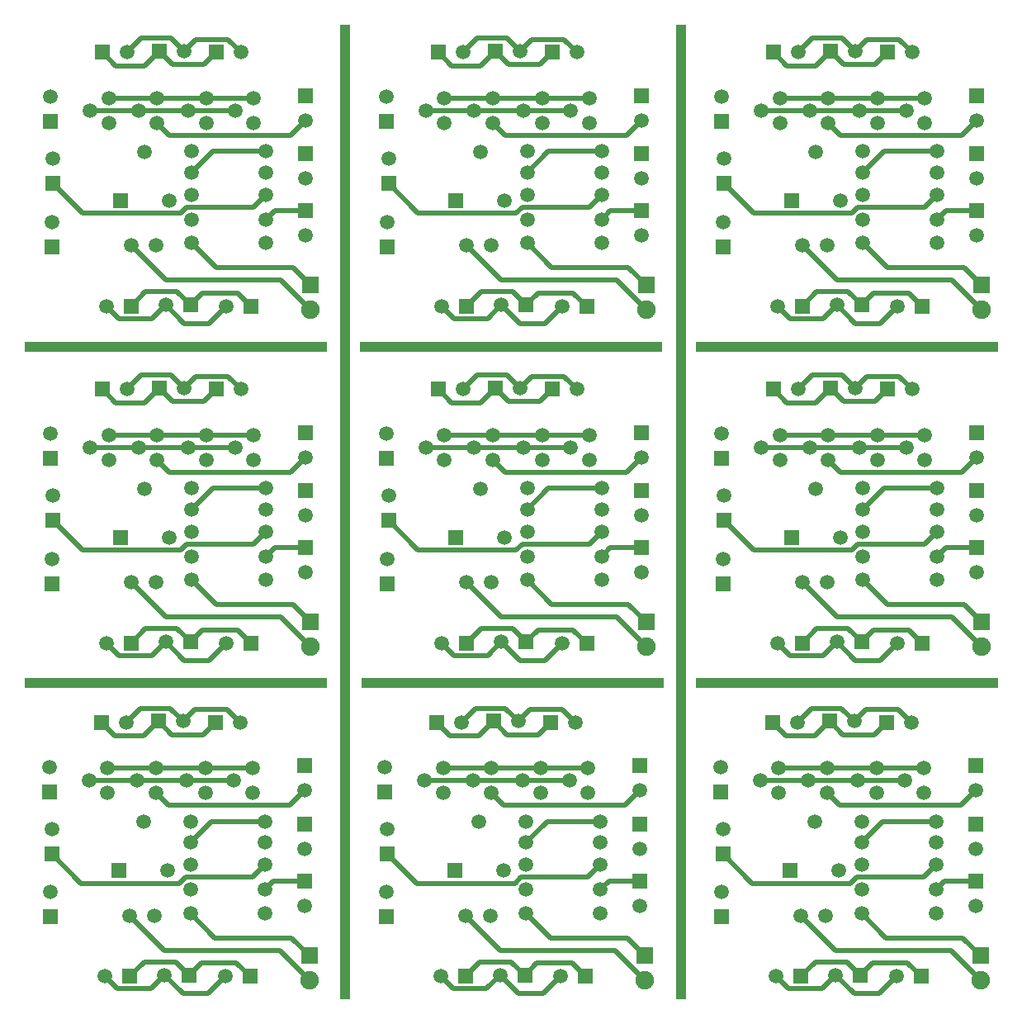
<source format=gbl>
G04 Layer_Physical_Order=2*
G04 Layer_Color=16711680*
%FSLAX25Y25*%
%MOIN*%
G70*
G01*
G75*
%ADD10C,0.02000*%
%ADD11R,1.22047X0.03937*%
%ADD12R,0.03937X3.93701*%
%ADD13C,0.05905*%
%ADD14R,0.05905X0.05905*%
%ADD15R,0.05905X0.05905*%
%ADD16C,0.07480*%
%ADD17R,0.07087X0.07087*%
%ADD18C,0.05937*%
%ADD19R,0.05937X0.05937*%
G36*
X368171Y370512D02*
X369604Y368948D01*
X369512Y366829D01*
X367948Y365395D01*
X365829Y365488D01*
X364395Y367052D01*
X364488Y369171D01*
X366052Y370604D01*
X368171Y370512D01*
D02*
G37*
G36*
X349171D02*
X350605Y368948D01*
X350512Y366829D01*
X348948Y365395D01*
X346829Y365488D01*
X345395Y367052D01*
X345488Y369171D01*
X347052Y370604D01*
X349171Y370512D01*
D02*
G37*
G36*
X329171D02*
X330605Y368948D01*
X330512Y366829D01*
X328948Y365395D01*
X326829Y365488D01*
X325395Y367052D01*
X325488Y369171D01*
X327052Y370604D01*
X329171Y370512D01*
D02*
G37*
G36*
X309671D02*
X311104Y368948D01*
X311012Y366829D01*
X309448Y365395D01*
X307329Y365488D01*
X305895Y367052D01*
X305988Y369171D01*
X307552Y370604D01*
X309671Y370512D01*
D02*
G37*
G36*
X232671D02*
X234104Y368948D01*
X234012Y366829D01*
X232448Y365395D01*
X230329Y365488D01*
X228895Y367052D01*
X228988Y369171D01*
X230552Y370604D01*
X232671Y370512D01*
D02*
G37*
G36*
X213671D02*
X215105Y368948D01*
X215012Y366829D01*
X213448Y365395D01*
X211329Y365488D01*
X209895Y367052D01*
X209988Y369171D01*
X211552Y370604D01*
X213671Y370512D01*
D02*
G37*
G36*
X193671D02*
X195105Y368948D01*
X195012Y366829D01*
X193448Y365395D01*
X191329Y365488D01*
X189895Y367052D01*
X189988Y369171D01*
X191552Y370604D01*
X193671Y370512D01*
D02*
G37*
G36*
X174171D02*
X175604Y368948D01*
X175512Y366829D01*
X173948Y365395D01*
X171829Y365488D01*
X170396Y367052D01*
X170488Y369171D01*
X172052Y370604D01*
X174171Y370512D01*
D02*
G37*
G36*
X97171D02*
X98605Y368948D01*
X98512Y366829D01*
X96948Y365395D01*
X94829Y365488D01*
X93396Y367052D01*
X93488Y369171D01*
X95052Y370604D01*
X97171Y370512D01*
D02*
G37*
G36*
X78171D02*
X79605Y368948D01*
X79512Y366829D01*
X77948Y365395D01*
X75829Y365488D01*
X74396Y367052D01*
X74488Y369171D01*
X76052Y370604D01*
X78171Y370512D01*
D02*
G37*
G36*
X58171D02*
X59605Y368948D01*
X59512Y366829D01*
X57948Y365395D01*
X55829Y365488D01*
X54396Y367052D01*
X54488Y369171D01*
X56052Y370604D01*
X58171Y370512D01*
D02*
G37*
G36*
X38671D02*
X40104Y368948D01*
X40012Y366829D01*
X38448Y365395D01*
X36329Y365488D01*
X34896Y367052D01*
X34988Y369171D01*
X36552Y370604D01*
X38671Y370512D01*
D02*
G37*
G36*
X360671Y365512D02*
X362105Y363948D01*
X362012Y361829D01*
X360448Y360396D01*
X358329Y360488D01*
X356895Y362052D01*
X356988Y364171D01*
X358552Y365604D01*
X360671Y365512D01*
D02*
G37*
G36*
X341671D02*
X343105Y363948D01*
X343012Y361829D01*
X341448Y360396D01*
X339329Y360488D01*
X337895Y362052D01*
X337988Y364171D01*
X339552Y365604D01*
X341671Y365512D01*
D02*
G37*
G36*
X321671D02*
X323105Y363948D01*
X323012Y361829D01*
X321448Y360396D01*
X319329Y360488D01*
X317896Y362052D01*
X317988Y364171D01*
X319552Y365604D01*
X321671Y365512D01*
D02*
G37*
G36*
X302171D02*
X303605Y363948D01*
X303512Y361829D01*
X301948Y360396D01*
X299829Y360488D01*
X298395Y362052D01*
X298488Y364171D01*
X300052Y365604D01*
X302171Y365512D01*
D02*
G37*
G36*
X225171D02*
X226605Y363948D01*
X226512Y361829D01*
X224948Y360396D01*
X222829Y360488D01*
X221395Y362052D01*
X221488Y364171D01*
X223052Y365604D01*
X225171Y365512D01*
D02*
G37*
G36*
X206171D02*
X207605Y363948D01*
X207512Y361829D01*
X205948Y360396D01*
X203829Y360488D01*
X202396Y362052D01*
X202488Y364171D01*
X204052Y365604D01*
X206171Y365512D01*
D02*
G37*
G36*
X186171D02*
X187604Y363948D01*
X187512Y361829D01*
X185948Y360396D01*
X183829Y360488D01*
X182396Y362052D01*
X182488Y364171D01*
X184052Y365604D01*
X186171Y365512D01*
D02*
G37*
G36*
X166671D02*
X168105Y363948D01*
X168012Y361829D01*
X166448Y360396D01*
X164329Y360488D01*
X162896Y362052D01*
X162988Y364171D01*
X164552Y365604D01*
X166671Y365512D01*
D02*
G37*
G36*
X89671D02*
X91105Y363948D01*
X91012Y361829D01*
X89448Y360396D01*
X87329Y360488D01*
X85896Y362052D01*
X85988Y364171D01*
X87552Y365604D01*
X89671Y365512D01*
D02*
G37*
G36*
X70671D02*
X72105Y363948D01*
X72012Y361829D01*
X70448Y360396D01*
X68329Y360488D01*
X66896Y362052D01*
X66988Y364171D01*
X68552Y365604D01*
X70671Y365512D01*
D02*
G37*
G36*
X50671D02*
X52105Y363948D01*
X52012Y361829D01*
X50448Y360396D01*
X48329Y360488D01*
X46896Y362052D01*
X46988Y364171D01*
X48552Y365604D01*
X50671Y365512D01*
D02*
G37*
G36*
X31171D02*
X32605Y363948D01*
X32512Y361829D01*
X30948Y360396D01*
X28829Y360488D01*
X27395Y362052D01*
X27488Y364171D01*
X29052Y365604D01*
X31171Y365512D01*
D02*
G37*
G36*
X368171Y360512D02*
X369604Y358948D01*
X369512Y356829D01*
X367948Y355396D01*
X365829Y355488D01*
X364395Y357052D01*
X364488Y359171D01*
X366052Y360605D01*
X368171Y360512D01*
D02*
G37*
G36*
X349171D02*
X350605Y358948D01*
X350512Y356829D01*
X348948Y355396D01*
X346829Y355488D01*
X345395Y357052D01*
X345488Y359171D01*
X347052Y360605D01*
X349171Y360512D01*
D02*
G37*
G36*
X329171D02*
X330605Y358948D01*
X330512Y356829D01*
X328948Y355396D01*
X326829Y355488D01*
X325395Y357052D01*
X325488Y359171D01*
X327052Y360605D01*
X329171Y360512D01*
D02*
G37*
G36*
X309671D02*
X311104Y358948D01*
X311012Y356829D01*
X309448Y355396D01*
X307329Y355488D01*
X305895Y357052D01*
X305988Y359171D01*
X307552Y360605D01*
X309671Y360512D01*
D02*
G37*
G36*
X232671D02*
X234104Y358948D01*
X234012Y356829D01*
X232448Y355396D01*
X230329Y355488D01*
X228895Y357052D01*
X228988Y359171D01*
X230552Y360605D01*
X232671Y360512D01*
D02*
G37*
G36*
X213671D02*
X215105Y358948D01*
X215012Y356829D01*
X213448Y355396D01*
X211329Y355488D01*
X209895Y357052D01*
X209988Y359171D01*
X211552Y360605D01*
X213671Y360512D01*
D02*
G37*
G36*
X193671D02*
X195105Y358948D01*
X195012Y356829D01*
X193448Y355396D01*
X191329Y355488D01*
X189895Y357052D01*
X189988Y359171D01*
X191552Y360605D01*
X193671Y360512D01*
D02*
G37*
G36*
X174171D02*
X175604Y358948D01*
X175512Y356829D01*
X173948Y355396D01*
X171829Y355488D01*
X170396Y357052D01*
X170488Y359171D01*
X172052Y360605D01*
X174171Y360512D01*
D02*
G37*
G36*
X97171D02*
X98605Y358948D01*
X98512Y356829D01*
X96948Y355396D01*
X94829Y355488D01*
X93396Y357052D01*
X93488Y359171D01*
X95052Y360605D01*
X97171Y360512D01*
D02*
G37*
G36*
X78171D02*
X79605Y358948D01*
X79512Y356829D01*
X77948Y355396D01*
X75829Y355488D01*
X74396Y357052D01*
X74488Y359171D01*
X76052Y360605D01*
X78171Y360512D01*
D02*
G37*
G36*
X58171D02*
X59605Y358948D01*
X59512Y356829D01*
X57948Y355396D01*
X55829Y355488D01*
X54396Y357052D01*
X54488Y359171D01*
X56052Y360605D01*
X58171Y360512D01*
D02*
G37*
G36*
X38671D02*
X40104Y358948D01*
X40012Y356829D01*
X38448Y355396D01*
X36329Y355488D01*
X34896Y357052D01*
X34988Y359171D01*
X36552Y360605D01*
X38671Y360512D01*
D02*
G37*
G36*
X368171Y234512D02*
X369604Y232948D01*
X369512Y230829D01*
X367948Y229396D01*
X365829Y229488D01*
X364395Y231052D01*
X364488Y233171D01*
X366052Y234605D01*
X368171Y234512D01*
D02*
G37*
G36*
X349171D02*
X350605Y232948D01*
X350512Y230829D01*
X348948Y229396D01*
X346829Y229488D01*
X345395Y231052D01*
X345488Y233171D01*
X347052Y234605D01*
X349171Y234512D01*
D02*
G37*
G36*
X329171D02*
X330605Y232948D01*
X330512Y230829D01*
X328948Y229396D01*
X326829Y229488D01*
X325395Y231052D01*
X325488Y233171D01*
X327052Y234605D01*
X329171Y234512D01*
D02*
G37*
G36*
X309671D02*
X311104Y232948D01*
X311012Y230829D01*
X309448Y229396D01*
X307329Y229488D01*
X305895Y231052D01*
X305988Y233171D01*
X307552Y234605D01*
X309671Y234512D01*
D02*
G37*
G36*
X232671D02*
X234104Y232948D01*
X234012Y230829D01*
X232448Y229396D01*
X230329Y229488D01*
X228895Y231052D01*
X228988Y233171D01*
X230552Y234605D01*
X232671Y234512D01*
D02*
G37*
G36*
X213671D02*
X215105Y232948D01*
X215012Y230829D01*
X213448Y229396D01*
X211329Y229488D01*
X209895Y231052D01*
X209988Y233171D01*
X211552Y234605D01*
X213671Y234512D01*
D02*
G37*
G36*
X193671D02*
X195105Y232948D01*
X195012Y230829D01*
X193448Y229396D01*
X191329Y229488D01*
X189895Y231052D01*
X189988Y233171D01*
X191552Y234605D01*
X193671Y234512D01*
D02*
G37*
G36*
X174171D02*
X175604Y232948D01*
X175512Y230829D01*
X173948Y229396D01*
X171829Y229488D01*
X170396Y231052D01*
X170488Y233171D01*
X172052Y234605D01*
X174171Y234512D01*
D02*
G37*
G36*
X97171D02*
X98605Y232948D01*
X98512Y230829D01*
X96948Y229396D01*
X94829Y229488D01*
X93396Y231052D01*
X93488Y233171D01*
X95052Y234605D01*
X97171Y234512D01*
D02*
G37*
G36*
X78171D02*
X79605Y232948D01*
X79512Y230829D01*
X77948Y229396D01*
X75829Y229488D01*
X74396Y231052D01*
X74488Y233171D01*
X76052Y234605D01*
X78171Y234512D01*
D02*
G37*
G36*
X58171D02*
X59605Y232948D01*
X59512Y230829D01*
X57948Y229396D01*
X55829Y229488D01*
X54396Y231052D01*
X54488Y233171D01*
X56052Y234605D01*
X58171Y234512D01*
D02*
G37*
G36*
X38671D02*
X40104Y232948D01*
X40012Y230829D01*
X38448Y229396D01*
X36329Y229488D01*
X34896Y231052D01*
X34988Y233171D01*
X36552Y234605D01*
X38671Y234512D01*
D02*
G37*
G36*
X360671Y229512D02*
X362105Y227948D01*
X362012Y225829D01*
X360448Y224395D01*
X358329Y224488D01*
X356895Y226052D01*
X356988Y228171D01*
X358552Y229605D01*
X360671Y229512D01*
D02*
G37*
G36*
X341671D02*
X343105Y227948D01*
X343012Y225829D01*
X341448Y224395D01*
X339329Y224488D01*
X337895Y226052D01*
X337988Y228171D01*
X339552Y229605D01*
X341671Y229512D01*
D02*
G37*
G36*
X321671D02*
X323105Y227948D01*
X323012Y225829D01*
X321448Y224395D01*
X319329Y224488D01*
X317896Y226052D01*
X317988Y228171D01*
X319552Y229605D01*
X321671Y229512D01*
D02*
G37*
G36*
X302171D02*
X303605Y227948D01*
X303512Y225829D01*
X301948Y224395D01*
X299829Y224488D01*
X298395Y226052D01*
X298488Y228171D01*
X300052Y229605D01*
X302171Y229512D01*
D02*
G37*
G36*
X225171D02*
X226605Y227948D01*
X226512Y225829D01*
X224948Y224395D01*
X222829Y224488D01*
X221395Y226052D01*
X221488Y228171D01*
X223052Y229605D01*
X225171Y229512D01*
D02*
G37*
G36*
X206171D02*
X207605Y227948D01*
X207512Y225829D01*
X205948Y224395D01*
X203829Y224488D01*
X202396Y226052D01*
X202488Y228171D01*
X204052Y229605D01*
X206171Y229512D01*
D02*
G37*
G36*
X186171D02*
X187604Y227948D01*
X187512Y225829D01*
X185948Y224395D01*
X183829Y224488D01*
X182396Y226052D01*
X182488Y228171D01*
X184052Y229605D01*
X186171Y229512D01*
D02*
G37*
G36*
X166671D02*
X168105Y227948D01*
X168012Y225829D01*
X166448Y224395D01*
X164329Y224488D01*
X162896Y226052D01*
X162988Y228171D01*
X164552Y229605D01*
X166671Y229512D01*
D02*
G37*
G36*
X89671D02*
X91105Y227948D01*
X91012Y225829D01*
X89448Y224395D01*
X87329Y224488D01*
X85896Y226052D01*
X85988Y228171D01*
X87552Y229605D01*
X89671Y229512D01*
D02*
G37*
G36*
X70671D02*
X72105Y227948D01*
X72012Y225829D01*
X70448Y224395D01*
X68329Y224488D01*
X66896Y226052D01*
X66988Y228171D01*
X68552Y229605D01*
X70671Y229512D01*
D02*
G37*
G36*
X50671D02*
X52105Y227948D01*
X52012Y225829D01*
X50448Y224395D01*
X48329Y224488D01*
X46896Y226052D01*
X46988Y228171D01*
X48552Y229605D01*
X50671Y229512D01*
D02*
G37*
G36*
X31171D02*
X32605Y227948D01*
X32512Y225829D01*
X30948Y224395D01*
X28829Y224488D01*
X27395Y226052D01*
X27488Y228171D01*
X29052Y229605D01*
X31171Y229512D01*
D02*
G37*
G36*
X368171Y224512D02*
X369604Y222948D01*
X369512Y220829D01*
X367948Y219395D01*
X365829Y219488D01*
X364395Y221052D01*
X364488Y223171D01*
X366052Y224605D01*
X368171Y224512D01*
D02*
G37*
G36*
X349171D02*
X350605Y222948D01*
X350512Y220829D01*
X348948Y219395D01*
X346829Y219488D01*
X345395Y221052D01*
X345488Y223171D01*
X347052Y224605D01*
X349171Y224512D01*
D02*
G37*
G36*
X329171D02*
X330605Y222948D01*
X330512Y220829D01*
X328948Y219395D01*
X326829Y219488D01*
X325395Y221052D01*
X325488Y223171D01*
X327052Y224605D01*
X329171Y224512D01*
D02*
G37*
G36*
X309671D02*
X311104Y222948D01*
X311012Y220829D01*
X309448Y219395D01*
X307329Y219488D01*
X305895Y221052D01*
X305988Y223171D01*
X307552Y224605D01*
X309671Y224512D01*
D02*
G37*
G36*
X232671D02*
X234104Y222948D01*
X234012Y220829D01*
X232448Y219395D01*
X230329Y219488D01*
X228895Y221052D01*
X228988Y223171D01*
X230552Y224605D01*
X232671Y224512D01*
D02*
G37*
G36*
X213671D02*
X215105Y222948D01*
X215012Y220829D01*
X213448Y219395D01*
X211329Y219488D01*
X209895Y221052D01*
X209988Y223171D01*
X211552Y224605D01*
X213671Y224512D01*
D02*
G37*
G36*
X193671D02*
X195105Y222948D01*
X195012Y220829D01*
X193448Y219395D01*
X191329Y219488D01*
X189895Y221052D01*
X189988Y223171D01*
X191552Y224605D01*
X193671Y224512D01*
D02*
G37*
G36*
X174171D02*
X175604Y222948D01*
X175512Y220829D01*
X173948Y219395D01*
X171829Y219488D01*
X170396Y221052D01*
X170488Y223171D01*
X172052Y224605D01*
X174171Y224512D01*
D02*
G37*
G36*
X97171D02*
X98605Y222948D01*
X98512Y220829D01*
X96948Y219395D01*
X94829Y219488D01*
X93396Y221052D01*
X93488Y223171D01*
X95052Y224605D01*
X97171Y224512D01*
D02*
G37*
G36*
X78171D02*
X79605Y222948D01*
X79512Y220829D01*
X77948Y219395D01*
X75829Y219488D01*
X74396Y221052D01*
X74488Y223171D01*
X76052Y224605D01*
X78171Y224512D01*
D02*
G37*
G36*
X58171D02*
X59605Y222948D01*
X59512Y220829D01*
X57948Y219395D01*
X55829Y219488D01*
X54396Y221052D01*
X54488Y223171D01*
X56052Y224605D01*
X58171Y224512D01*
D02*
G37*
G36*
X38671D02*
X40104Y222948D01*
X40012Y220829D01*
X38448Y219395D01*
X36329Y219488D01*
X34896Y221052D01*
X34988Y223171D01*
X36552Y224605D01*
X38671Y224512D01*
D02*
G37*
G36*
X367671Y100012D02*
X369105Y98448D01*
X369012Y96329D01*
X367448Y94895D01*
X365329Y94988D01*
X363896Y96552D01*
X363988Y98671D01*
X365552Y100104D01*
X367671Y100012D01*
D02*
G37*
G36*
X348671D02*
X350104Y98448D01*
X350012Y96329D01*
X348448Y94895D01*
X346329Y94988D01*
X344896Y96552D01*
X344988Y98671D01*
X346552Y100104D01*
X348671Y100012D01*
D02*
G37*
G36*
X328671D02*
X330104Y98448D01*
X330012Y96329D01*
X328448Y94895D01*
X326329Y94988D01*
X324896Y96552D01*
X324988Y98671D01*
X326552Y100104D01*
X328671Y100012D01*
D02*
G37*
G36*
X309171D02*
X310605Y98448D01*
X310512Y96329D01*
X308948Y94895D01*
X306829Y94988D01*
X305396Y96552D01*
X305488Y98671D01*
X307052Y100104D01*
X309171Y100012D01*
D02*
G37*
G36*
X232171D02*
X233605Y98448D01*
X233512Y96329D01*
X231948Y94895D01*
X229829Y94988D01*
X228396Y96552D01*
X228488Y98671D01*
X230052Y100104D01*
X232171Y100012D01*
D02*
G37*
G36*
X213171D02*
X214604Y98448D01*
X214512Y96329D01*
X212948Y94895D01*
X210829Y94988D01*
X209396Y96552D01*
X209488Y98671D01*
X211052Y100104D01*
X213171Y100012D01*
D02*
G37*
G36*
X193171D02*
X194605Y98448D01*
X194512Y96329D01*
X192948Y94895D01*
X190829Y94988D01*
X189395Y96552D01*
X189488Y98671D01*
X191052Y100104D01*
X193171Y100012D01*
D02*
G37*
G36*
X173671D02*
X175104Y98448D01*
X175012Y96329D01*
X173448Y94895D01*
X171329Y94988D01*
X169896Y96552D01*
X169988Y98671D01*
X171552Y100104D01*
X173671Y100012D01*
D02*
G37*
G36*
X96671D02*
X98105Y98448D01*
X98012Y96329D01*
X96448Y94895D01*
X94329Y94988D01*
X92896Y96552D01*
X92988Y98671D01*
X94552Y100104D01*
X96671Y100012D01*
D02*
G37*
G36*
X77671D02*
X79105Y98448D01*
X79012Y96329D01*
X77448Y94895D01*
X75329Y94988D01*
X73896Y96552D01*
X73988Y98671D01*
X75552Y100104D01*
X77671Y100012D01*
D02*
G37*
G36*
X57671D02*
X59105Y98448D01*
X59012Y96329D01*
X57448Y94895D01*
X55329Y94988D01*
X53895Y96552D01*
X53988Y98671D01*
X55552Y100104D01*
X57671Y100012D01*
D02*
G37*
G36*
X38171D02*
X39604Y98448D01*
X39512Y96329D01*
X37948Y94895D01*
X35829Y94988D01*
X34396Y96552D01*
X34488Y98671D01*
X36052Y100104D01*
X38171Y100012D01*
D02*
G37*
G36*
X360171Y95012D02*
X361604Y93448D01*
X361512Y91329D01*
X359948Y89895D01*
X357829Y89988D01*
X356396Y91552D01*
X356488Y93671D01*
X358052Y95104D01*
X360171Y95012D01*
D02*
G37*
G36*
X341171D02*
X342604Y93448D01*
X342512Y91329D01*
X340948Y89895D01*
X338829Y89988D01*
X337396Y91552D01*
X337488Y93671D01*
X339052Y95104D01*
X341171Y95012D01*
D02*
G37*
G36*
X321171D02*
X322604Y93448D01*
X322512Y91329D01*
X320948Y89895D01*
X318829Y89988D01*
X317395Y91552D01*
X317488Y93671D01*
X319052Y95104D01*
X321171Y95012D01*
D02*
G37*
G36*
X301671D02*
X303104Y93448D01*
X303012Y91329D01*
X301448Y89895D01*
X299329Y89988D01*
X297896Y91552D01*
X297988Y93671D01*
X299552Y95104D01*
X301671Y95012D01*
D02*
G37*
G36*
X224671D02*
X226104Y93448D01*
X226012Y91329D01*
X224448Y89895D01*
X222329Y89988D01*
X220896Y91552D01*
X220988Y93671D01*
X222552Y95104D01*
X224671Y95012D01*
D02*
G37*
G36*
X205671D02*
X207104Y93448D01*
X207012Y91329D01*
X205448Y89895D01*
X203329Y89988D01*
X201895Y91552D01*
X201988Y93671D01*
X203552Y95104D01*
X205671Y95012D01*
D02*
G37*
G36*
X185671D02*
X187104Y93448D01*
X187012Y91329D01*
X185448Y89895D01*
X183329Y89988D01*
X181895Y91552D01*
X181988Y93671D01*
X183552Y95104D01*
X185671Y95012D01*
D02*
G37*
G36*
X166171D02*
X167604Y93448D01*
X167512Y91329D01*
X165948Y89895D01*
X163829Y89988D01*
X162396Y91552D01*
X162488Y93671D01*
X164052Y95104D01*
X166171Y95012D01*
D02*
G37*
G36*
X89171D02*
X90605Y93448D01*
X90512Y91329D01*
X88948Y89895D01*
X86829Y89988D01*
X85395Y91552D01*
X85488Y93671D01*
X87052Y95104D01*
X89171Y95012D01*
D02*
G37*
G36*
X70171D02*
X71605Y93448D01*
X71512Y91329D01*
X69948Y89895D01*
X67829Y89988D01*
X66395Y91552D01*
X66488Y93671D01*
X68052Y95104D01*
X70171Y95012D01*
D02*
G37*
G36*
X50171D02*
X51604Y93448D01*
X51512Y91329D01*
X49948Y89895D01*
X47829Y89988D01*
X46395Y91552D01*
X46488Y93671D01*
X48052Y95104D01*
X50171Y95012D01*
D02*
G37*
G36*
X30671D02*
X32105Y93448D01*
X32012Y91329D01*
X30448Y89895D01*
X28329Y89988D01*
X26895Y91552D01*
X26988Y93671D01*
X28552Y95104D01*
X30671Y95012D01*
D02*
G37*
G36*
X367671Y90012D02*
X369105Y88448D01*
X369012Y86329D01*
X367448Y84895D01*
X365329Y84988D01*
X363896Y86552D01*
X363988Y88671D01*
X365552Y90105D01*
X367671Y90012D01*
D02*
G37*
G36*
X348671D02*
X350104Y88448D01*
X350012Y86329D01*
X348448Y84895D01*
X346329Y84988D01*
X344896Y86552D01*
X344988Y88671D01*
X346552Y90105D01*
X348671Y90012D01*
D02*
G37*
G36*
X328671D02*
X330104Y88448D01*
X330012Y86329D01*
X328448Y84895D01*
X326329Y84988D01*
X324896Y86552D01*
X324988Y88671D01*
X326552Y90105D01*
X328671Y90012D01*
D02*
G37*
G36*
X309171D02*
X310605Y88448D01*
X310512Y86329D01*
X308948Y84895D01*
X306829Y84988D01*
X305396Y86552D01*
X305488Y88671D01*
X307052Y90105D01*
X309171Y90012D01*
D02*
G37*
G36*
X232171D02*
X233605Y88448D01*
X233512Y86329D01*
X231948Y84895D01*
X229829Y84988D01*
X228396Y86552D01*
X228488Y88671D01*
X230052Y90105D01*
X232171Y90012D01*
D02*
G37*
G36*
X213171D02*
X214604Y88448D01*
X214512Y86329D01*
X212948Y84895D01*
X210829Y84988D01*
X209396Y86552D01*
X209488Y88671D01*
X211052Y90105D01*
X213171Y90012D01*
D02*
G37*
G36*
X193171D02*
X194605Y88448D01*
X194512Y86329D01*
X192948Y84895D01*
X190829Y84988D01*
X189395Y86552D01*
X189488Y88671D01*
X191052Y90105D01*
X193171Y90012D01*
D02*
G37*
G36*
X173671D02*
X175104Y88448D01*
X175012Y86329D01*
X173448Y84895D01*
X171329Y84988D01*
X169896Y86552D01*
X169988Y88671D01*
X171552Y90105D01*
X173671Y90012D01*
D02*
G37*
G36*
X96671D02*
X98105Y88448D01*
X98012Y86329D01*
X96448Y84895D01*
X94329Y84988D01*
X92896Y86552D01*
X92988Y88671D01*
X94552Y90105D01*
X96671Y90012D01*
D02*
G37*
G36*
X77671D02*
X79105Y88448D01*
X79012Y86329D01*
X77448Y84895D01*
X75329Y84988D01*
X73896Y86552D01*
X73988Y88671D01*
X75552Y90105D01*
X77671Y90012D01*
D02*
G37*
G36*
X57671D02*
X59105Y88448D01*
X59012Y86329D01*
X57448Y84895D01*
X55329Y84988D01*
X53895Y86552D01*
X53988Y88671D01*
X55552Y90105D01*
X57671Y90012D01*
D02*
G37*
G36*
X38171D02*
X39604Y88448D01*
X39512Y86329D01*
X37948Y84895D01*
X35829Y84988D01*
X34396Y86552D01*
X34488Y88671D01*
X36052Y90105D01*
X38171Y90012D01*
D02*
G37*
D10*
X69500Y227000D02*
X88500D01*
X77000Y232000D02*
X96000D01*
X57000D02*
X77000D01*
X37500D02*
X57000D01*
X111000Y217000D02*
X117000Y223000D01*
X78000Y141000D02*
X85000Y148000D01*
X60500Y148500D02*
X68000Y141000D01*
X72800Y255800D02*
X85700D01*
X68000Y251000D02*
X72800Y255800D01*
X62700Y256300D02*
X68000Y251000D01*
X68996Y188000D02*
X96000D01*
X79500Y210500D02*
X101000D01*
X35000Y250500D02*
X40400Y245100D01*
X52100D02*
X58000Y251000D01*
X101000Y183000D02*
X104500Y186500D01*
X65100Y153900D02*
X70500Y148500D01*
X46500Y148000D02*
X52400Y153900D01*
X89600Y153400D02*
X95000Y148000D01*
X75400Y153400D02*
X89600D01*
X70500Y148500D02*
X75400Y153400D01*
X107000Y158500D02*
X119000Y146500D01*
X46500Y172500D02*
X60500Y158500D01*
X49500Y227000D02*
X69500D01*
X30000D02*
X49500D01*
X50800Y256300D02*
X62700D01*
X85700Y255800D02*
X91000Y250500D01*
X45000D02*
X50800Y256300D01*
X55000Y143000D02*
X60500Y148500D01*
X68000Y141000D02*
X78000D01*
X36500Y148000D02*
X41500Y143000D01*
X55000D01*
X111900Y163600D02*
X119000Y156500D01*
X80900Y163600D02*
X111900D01*
X71000Y202000D02*
X79500Y210500D01*
X71000Y173500D02*
X80900Y163600D01*
X96000Y188000D02*
X101000Y193000D01*
X66596Y185600D02*
X68996Y188000D01*
X26900Y185600D02*
X66596D01*
X15000Y197500D02*
X26900Y185600D01*
X60500Y158500D02*
X107000D01*
X104500Y186500D02*
X117000D01*
X52400Y153900D02*
X65100D01*
X62000Y217000D02*
X111000D01*
X57000Y222000D02*
X62000Y217000D01*
X76100Y245600D02*
X81000Y250500D01*
X63400Y245600D02*
X76100D01*
X58000Y251000D02*
X63400Y245600D01*
X40400Y245100D02*
X52100D01*
X317500Y172500D02*
X331500Y158500D01*
X378000D01*
X390000Y146500D01*
X341500Y148500D02*
X346400Y153400D01*
X360600D01*
X366000Y148000D01*
X317500D02*
X323400Y153900D01*
X336100D01*
X341500Y148500D01*
X375500Y186500D02*
X388000D01*
X372000Y183000D02*
X375500Y186500D01*
X323100Y245100D02*
X329000Y251000D01*
X311400Y245100D02*
X323100D01*
X306000Y250500D02*
X311400Y245100D01*
X329000Y251000D02*
X334400Y245600D01*
X347100D01*
X352000Y250500D01*
X350500Y210500D02*
X372000D01*
X342000Y202000D02*
X350500Y210500D01*
X382900Y163600D02*
X390000Y156500D01*
X351900Y163600D02*
X382900D01*
X342000Y173500D02*
X351900Y163600D01*
X286000Y197500D02*
X297900Y185600D01*
X337596D01*
X339996Y188000D01*
X367000D01*
X372000Y193000D01*
X316000Y250500D02*
X321800Y256300D01*
X333700D01*
X339000Y251000D01*
X343800Y255800D01*
X356700D01*
X362000Y250500D01*
X307500Y148000D02*
X312500Y143000D01*
X326000D01*
X331500Y148500D01*
X339000Y141000D01*
X349000D01*
X356000Y148000D01*
X382000Y217000D02*
X388000Y223000D01*
X333000Y217000D02*
X382000D01*
X328000Y222000D02*
X333000Y217000D01*
X308500Y232000D02*
X328000D01*
X348000D01*
X367000D01*
X340500Y227000D02*
X359500D01*
X320500D02*
X340500D01*
X301000D02*
X320500D01*
X182000Y172500D02*
X196000Y158500D01*
X242500D01*
X254500Y146500D01*
X206000Y148500D02*
X210900Y153400D01*
X225100D01*
X230500Y148000D01*
X182000D02*
X187900Y153900D01*
X200600D01*
X206000Y148500D01*
X240000Y186500D02*
X252500D01*
X236500Y183000D02*
X240000Y186500D01*
X187600Y245100D02*
X193500Y251000D01*
X175900Y245100D02*
X187600D01*
X170500Y250500D02*
X175900Y245100D01*
X193500Y251000D02*
X198900Y245600D01*
X211600D01*
X216500Y250500D01*
X215000Y210500D02*
X236500D01*
X206500Y202000D02*
X215000Y210500D01*
X247400Y163600D02*
X254500Y156500D01*
X216400Y163600D02*
X247400D01*
X206500Y173500D02*
X216400Y163600D01*
X150500Y197500D02*
X162400Y185600D01*
X202096D01*
X204496Y188000D01*
X231500D01*
X236500Y193000D01*
X180500Y250500D02*
X186300Y256300D01*
X198200D01*
X203500Y251000D01*
X208300Y255800D01*
X221200D01*
X226500Y250500D01*
X172000Y148000D02*
X177000Y143000D01*
X190500D01*
X196000Y148500D01*
X203500Y141000D01*
X213500D01*
X220500Y148000D01*
X246500Y217000D02*
X252500Y223000D01*
X197500Y217000D02*
X246500D01*
X192500Y222000D02*
X197500Y217000D01*
X173000Y232000D02*
X192500D01*
X212500D01*
X231500D01*
X205000Y227000D02*
X224000D01*
X185000D02*
X205000D01*
X165500D02*
X185000D01*
X69500Y363000D02*
X88500D01*
X77000Y368000D02*
X96000D01*
X57000D02*
X77000D01*
X37500D02*
X57000D01*
X111000Y353000D02*
X117000Y359000D01*
X78000Y277000D02*
X85000Y284000D01*
X60500Y284500D02*
X68000Y277000D01*
X72800Y391800D02*
X85700D01*
X68000Y387000D02*
X72800Y391800D01*
X62700Y392300D02*
X68000Y387000D01*
X68996Y324000D02*
X96000D01*
X79500Y346500D02*
X101000D01*
X35000Y386500D02*
X40400Y381100D01*
X52100D02*
X58000Y387000D01*
X101000Y319000D02*
X104500Y322500D01*
X65100Y289900D02*
X70500Y284500D01*
X46500Y284000D02*
X52400Y289900D01*
X89600Y289400D02*
X95000Y284000D01*
X75400Y289400D02*
X89600D01*
X70500Y284500D02*
X75400Y289400D01*
X107000Y294500D02*
X119000Y282500D01*
X46500Y308500D02*
X60500Y294500D01*
X49500Y363000D02*
X69500D01*
X30000D02*
X49500D01*
X50800Y392300D02*
X62700D01*
X85700Y391800D02*
X91000Y386500D01*
X45000D02*
X50800Y392300D01*
X55000Y279000D02*
X60500Y284500D01*
X68000Y277000D02*
X78000D01*
X36500Y284000D02*
X41500Y279000D01*
X55000D01*
X111900Y299600D02*
X119000Y292500D01*
X80900Y299600D02*
X111900D01*
X71000Y338000D02*
X79500Y346500D01*
X71000Y309500D02*
X80900Y299600D01*
X96000Y324000D02*
X101000Y329000D01*
X66596Y321600D02*
X68996Y324000D01*
X26900Y321600D02*
X66596D01*
X15000Y333500D02*
X26900Y321600D01*
X60500Y294500D02*
X107000D01*
X104500Y322500D02*
X117000D01*
X52400Y289900D02*
X65100D01*
X62000Y353000D02*
X111000D01*
X57000Y358000D02*
X62000Y353000D01*
X76100Y381600D02*
X81000Y386500D01*
X63400Y381600D02*
X76100D01*
X58000Y387000D02*
X63400Y381600D01*
X40400Y381100D02*
X52100D01*
X317500Y308500D02*
X331500Y294500D01*
X378000D01*
X390000Y282500D01*
X341500Y284500D02*
X346400Y289400D01*
X360600D01*
X366000Y284000D01*
X317500D02*
X323400Y289900D01*
X336100D01*
X341500Y284500D01*
X375500Y322500D02*
X388000D01*
X372000Y319000D02*
X375500Y322500D01*
X323100Y381100D02*
X329000Y387000D01*
X311400Y381100D02*
X323100D01*
X306000Y386500D02*
X311400Y381100D01*
X329000Y387000D02*
X334400Y381600D01*
X347100D01*
X352000Y386500D01*
X350500Y346500D02*
X372000D01*
X342000Y338000D02*
X350500Y346500D01*
X382900Y299600D02*
X390000Y292500D01*
X351900Y299600D02*
X382900D01*
X342000Y309500D02*
X351900Y299600D01*
X286000Y333500D02*
X297900Y321600D01*
X337596D01*
X339996Y324000D01*
X367000D01*
X372000Y329000D01*
X316000Y386500D02*
X321800Y392300D01*
X333700D01*
X339000Y387000D01*
X343800Y391800D01*
X356700D01*
X362000Y386500D01*
X307500Y284000D02*
X312500Y279000D01*
X326000D01*
X331500Y284500D01*
X339000Y277000D01*
X349000D01*
X356000Y284000D01*
X382000Y353000D02*
X388000Y359000D01*
X333000Y353000D02*
X382000D01*
X328000Y358000D02*
X333000Y353000D01*
X308500Y368000D02*
X328000D01*
X348000D01*
X367000D01*
X340500Y363000D02*
X359500D01*
X320500D02*
X340500D01*
X301000D02*
X320500D01*
X182000Y308500D02*
X196000Y294500D01*
X242500D01*
X254500Y282500D01*
X206000Y284500D02*
X210900Y289400D01*
X225100D01*
X230500Y284000D01*
X182000D02*
X187900Y289900D01*
X200600D01*
X206000Y284500D01*
X240000Y322500D02*
X252500D01*
X236500Y319000D02*
X240000Y322500D01*
X187600Y381100D02*
X193500Y387000D01*
X175900Y381100D02*
X187600D01*
X170500Y386500D02*
X175900Y381100D01*
X193500Y387000D02*
X198900Y381600D01*
X211600D01*
X216500Y386500D01*
X215000Y346500D02*
X236500D01*
X206500Y338000D02*
X215000Y346500D01*
X247400Y299600D02*
X254500Y292500D01*
X216400Y299600D02*
X247400D01*
X206500Y309500D02*
X216400Y299600D01*
X150500Y333500D02*
X162400Y321600D01*
X202096D01*
X204496Y324000D01*
X231500D01*
X236500Y329000D01*
X180500Y386500D02*
X186300Y392300D01*
X198200D01*
X203500Y387000D01*
X208300Y391800D01*
X221200D01*
X226500Y386500D01*
X172000Y284000D02*
X177000Y279000D01*
X190500D01*
X196000Y284500D01*
X203500Y277000D01*
X213500D01*
X220500Y284000D01*
X246500Y353000D02*
X252500Y359000D01*
X197500Y353000D02*
X246500D01*
X192500Y358000D02*
X197500Y353000D01*
X173000Y368000D02*
X192500D01*
X212500D01*
X231500D01*
X205000Y363000D02*
X224000D01*
X185000D02*
X205000D01*
X165500D02*
X185000D01*
X165000Y92500D02*
X184500D01*
X204500D01*
X223500D01*
X212000Y97500D02*
X231000D01*
X192000D02*
X212000D01*
X172500D02*
X192000D01*
Y87500D02*
X197000Y82500D01*
X246000D01*
X252000Y88500D01*
X213000Y6500D02*
X220000Y13500D01*
X203000Y6500D02*
X213000D01*
X195500Y14000D02*
X203000Y6500D01*
X190000Y8500D02*
X195500Y14000D01*
X176500Y8500D02*
X190000D01*
X171500Y13500D02*
X176500Y8500D01*
X220700Y121300D02*
X226000Y116000D01*
X207800Y121300D02*
X220700D01*
X203000Y116500D02*
X207800Y121300D01*
X197700Y121800D02*
X203000Y116500D01*
X185800Y121800D02*
X197700D01*
X180000Y116000D02*
X185800Y121800D01*
X231000Y53500D02*
X236000Y58500D01*
X203996Y53500D02*
X231000D01*
X201596Y51100D02*
X203996Y53500D01*
X161900Y51100D02*
X201596D01*
X150000Y63000D02*
X161900Y51100D01*
X206000Y39000D02*
X215900Y29100D01*
X246900D01*
X254000Y22000D01*
X206000Y67500D02*
X214500Y76000D01*
X236000D01*
X211100Y111100D02*
X216000Y116000D01*
X198400Y111100D02*
X211100D01*
X193000Y116500D02*
X198400Y111100D01*
X170000Y116000D02*
X175400Y110600D01*
X187100D01*
X193000Y116500D01*
X236000Y48500D02*
X239500Y52000D01*
X252000D01*
X200100Y19400D02*
X205500Y14000D01*
X187400Y19400D02*
X200100D01*
X181500Y13500D02*
X187400Y19400D01*
X224600Y18900D02*
X230000Y13500D01*
X210400Y18900D02*
X224600D01*
X205500Y14000D02*
X210400Y18900D01*
X242000Y24000D02*
X254000Y12000D01*
X195500Y24000D02*
X242000D01*
X181500Y38000D02*
X195500Y24000D01*
X300500Y92500D02*
X320000D01*
X340000D01*
X359000D01*
X347500Y97500D02*
X366500D01*
X327500D02*
X347500D01*
X308000D02*
X327500D01*
Y87500D02*
X332500Y82500D01*
X381500D01*
X387500Y88500D01*
X348500Y6500D02*
X355500Y13500D01*
X338500Y6500D02*
X348500D01*
X331000Y14000D02*
X338500Y6500D01*
X325500Y8500D02*
X331000Y14000D01*
X312000Y8500D02*
X325500D01*
X307000Y13500D02*
X312000Y8500D01*
X356200Y121300D02*
X361500Y116000D01*
X343300Y121300D02*
X356200D01*
X338500Y116500D02*
X343300Y121300D01*
X333200Y121800D02*
X338500Y116500D01*
X321300Y121800D02*
X333200D01*
X315500Y116000D02*
X321300Y121800D01*
X366500Y53500D02*
X371500Y58500D01*
X339496Y53500D02*
X366500D01*
X337096Y51100D02*
X339496Y53500D01*
X297400Y51100D02*
X337096D01*
X285500Y63000D02*
X297400Y51100D01*
X341500Y39000D02*
X351400Y29100D01*
X382400D01*
X389500Y22000D01*
X341500Y67500D02*
X350000Y76000D01*
X371500D01*
X346600Y111100D02*
X351500Y116000D01*
X333900Y111100D02*
X346600D01*
X328500Y116500D02*
X333900Y111100D01*
X305500Y116000D02*
X310900Y110600D01*
X322600D01*
X328500Y116500D01*
X371500Y48500D02*
X375000Y52000D01*
X387500D01*
X335600Y19400D02*
X341000Y14000D01*
X322900Y19400D02*
X335600D01*
X317000Y13500D02*
X322900Y19400D01*
X360100Y18900D02*
X365500Y13500D01*
X345900Y18900D02*
X360100D01*
X341000Y14000D02*
X345900Y18900D01*
X377500Y24000D02*
X389500Y12000D01*
X331000Y24000D02*
X377500D01*
X317000Y38000D02*
X331000Y24000D01*
X39900Y110600D02*
X51600D01*
X57500Y116500D02*
X62900Y111100D01*
X75600D01*
X80500Y116000D01*
X56500Y87500D02*
X61500Y82500D01*
X110500D01*
X51900Y19400D02*
X64600D01*
X104000Y52000D02*
X116500D01*
X60000Y24000D02*
X106500D01*
X14500Y63000D02*
X26400Y51100D01*
X66096D01*
X68496Y53500D01*
X95500D02*
X100500Y58500D01*
X70500Y39000D02*
X80400Y29100D01*
X70500Y67500D02*
X79000Y76000D01*
X80400Y29100D02*
X111400D01*
X118500Y22000D01*
X41000Y8500D02*
X54500D01*
X36000Y13500D02*
X41000Y8500D01*
X67500Y6500D02*
X77500D01*
X54500Y8500D02*
X60000Y14000D01*
X44500Y116000D02*
X50300Y121800D01*
X85200Y121300D02*
X90500Y116000D01*
X50300Y121800D02*
X62200D01*
X29500Y92500D02*
X49000D01*
X69000D01*
X46000Y38000D02*
X60000Y24000D01*
X106500D02*
X118500Y12000D01*
X70000Y14000D02*
X74900Y18900D01*
X89100D01*
X94500Y13500D01*
X46000D02*
X51900Y19400D01*
X64600D02*
X70000Y14000D01*
X100500Y48500D02*
X104000Y52000D01*
X51600Y110600D02*
X57500Y116500D01*
X34500Y116000D02*
X39900Y110600D01*
X79000Y76000D02*
X100500D01*
X68496Y53500D02*
X95500D01*
X62200Y121800D02*
X67500Y116500D01*
X72300Y121300D01*
X85200D01*
X60000Y14000D02*
X67500Y6500D01*
X77500D02*
X84500Y13500D01*
X110500Y82500D02*
X116500Y88500D01*
X37000Y97500D02*
X56500D01*
X76500D01*
X95500D01*
X69000Y92500D02*
X88000D01*
D11*
X200500Y132000D02*
D03*
X335500D02*
D03*
Y267500D02*
D03*
X200000D02*
D03*
X64500D02*
D03*
Y132000D02*
D03*
D12*
X268500Y201000D02*
D03*
X133000D02*
D03*
D13*
X14000Y232500D02*
D03*
X15000Y207500D02*
D03*
X14500Y182000D02*
D03*
X36500Y148000D02*
D03*
X60500Y148500D02*
D03*
X85000Y148000D02*
D03*
X117000Y176500D02*
D03*
Y199500D02*
D03*
Y223000D02*
D03*
X91000Y250500D02*
D03*
X68000Y251000D02*
D03*
X45000Y250500D02*
D03*
X46500Y172500D02*
D03*
X56500D02*
D03*
X96000Y232000D02*
D03*
X88500Y227000D02*
D03*
X96000Y222000D02*
D03*
X77000Y232000D02*
D03*
X69500Y227000D02*
D03*
X77000Y222000D02*
D03*
X57000Y232000D02*
D03*
X49500Y227000D02*
D03*
X57000Y222000D02*
D03*
X37500Y232000D02*
D03*
X30000Y227000D02*
D03*
X37500Y222000D02*
D03*
X101000Y193000D02*
D03*
X71000D02*
D03*
X101000Y202000D02*
D03*
X71000D02*
D03*
X101000Y183000D02*
D03*
X71000D02*
D03*
Y210500D02*
D03*
X101000D02*
D03*
Y173500D02*
D03*
X71000D02*
D03*
X372000D02*
D03*
X342000D02*
D03*
Y210500D02*
D03*
X372000D02*
D03*
Y183000D02*
D03*
X342000D02*
D03*
X372000Y202000D02*
D03*
X342000D02*
D03*
X372000Y193000D02*
D03*
X342000D02*
D03*
X308500Y232000D02*
D03*
X301000Y227000D02*
D03*
X308500Y222000D02*
D03*
X328000Y232000D02*
D03*
X320500Y227000D02*
D03*
X328000Y222000D02*
D03*
X348000Y232000D02*
D03*
X340500Y227000D02*
D03*
X348000Y222000D02*
D03*
X367000Y232000D02*
D03*
X359500Y227000D02*
D03*
X367000Y222000D02*
D03*
X317500Y172500D02*
D03*
X327500D02*
D03*
X316000Y250500D02*
D03*
X339000Y251000D02*
D03*
X362000Y250500D02*
D03*
X388000Y223000D02*
D03*
Y199500D02*
D03*
Y176500D02*
D03*
X356000Y148000D02*
D03*
X331500Y148500D02*
D03*
X307500Y148000D02*
D03*
X285500Y182000D02*
D03*
X286000Y207500D02*
D03*
X285000Y232500D02*
D03*
X236500Y173500D02*
D03*
X206500D02*
D03*
Y210500D02*
D03*
X236500D02*
D03*
Y183000D02*
D03*
X206500D02*
D03*
X236500Y202000D02*
D03*
X206500D02*
D03*
X236500Y193000D02*
D03*
X206500D02*
D03*
X173000Y232000D02*
D03*
X165500Y227000D02*
D03*
X173000Y222000D02*
D03*
X192500Y232000D02*
D03*
X185000Y227000D02*
D03*
X192500Y222000D02*
D03*
X212500Y232000D02*
D03*
X205000Y227000D02*
D03*
X212500Y222000D02*
D03*
X231500Y232000D02*
D03*
X224000Y227000D02*
D03*
X231500Y222000D02*
D03*
X182000Y172500D02*
D03*
X192000D02*
D03*
X180500Y250500D02*
D03*
X203500Y251000D02*
D03*
X226500Y250500D02*
D03*
X252500Y223000D02*
D03*
Y199500D02*
D03*
Y176500D02*
D03*
X220500Y148000D02*
D03*
X196000Y148500D02*
D03*
X172000Y148000D02*
D03*
X150000Y182000D02*
D03*
X150500Y207500D02*
D03*
X149500Y232500D02*
D03*
X14000Y368500D02*
D03*
X15000Y343500D02*
D03*
X14500Y318000D02*
D03*
X36500Y284000D02*
D03*
X60500Y284500D02*
D03*
X85000Y284000D02*
D03*
X117000Y312500D02*
D03*
Y335500D02*
D03*
Y359000D02*
D03*
X91000Y386500D02*
D03*
X68000Y387000D02*
D03*
X45000Y386500D02*
D03*
X46500Y308500D02*
D03*
X56500D02*
D03*
X96000Y368000D02*
D03*
X88500Y363000D02*
D03*
X96000Y358000D02*
D03*
X77000Y368000D02*
D03*
X69500Y363000D02*
D03*
X77000Y358000D02*
D03*
X57000Y368000D02*
D03*
X49500Y363000D02*
D03*
X57000Y358000D02*
D03*
X37500Y368000D02*
D03*
X30000Y363000D02*
D03*
X37500Y358000D02*
D03*
X101000Y329000D02*
D03*
X71000D02*
D03*
X101000Y338000D02*
D03*
X71000D02*
D03*
X101000Y319000D02*
D03*
X71000D02*
D03*
Y346500D02*
D03*
X101000D02*
D03*
Y309500D02*
D03*
X71000D02*
D03*
X372000D02*
D03*
X342000D02*
D03*
Y346500D02*
D03*
X372000D02*
D03*
Y319000D02*
D03*
X342000D02*
D03*
X372000Y338000D02*
D03*
X342000D02*
D03*
X372000Y329000D02*
D03*
X342000D02*
D03*
X308500Y368000D02*
D03*
X301000Y363000D02*
D03*
X308500Y358000D02*
D03*
X328000Y368000D02*
D03*
X320500Y363000D02*
D03*
X328000Y358000D02*
D03*
X348000Y368000D02*
D03*
X340500Y363000D02*
D03*
X348000Y358000D02*
D03*
X367000Y368000D02*
D03*
X359500Y363000D02*
D03*
X367000Y358000D02*
D03*
X317500Y308500D02*
D03*
X327500D02*
D03*
X316000Y386500D02*
D03*
X339000Y387000D02*
D03*
X362000Y386500D02*
D03*
X388000Y359000D02*
D03*
Y335500D02*
D03*
Y312500D02*
D03*
X356000Y284000D02*
D03*
X331500Y284500D02*
D03*
X307500Y284000D02*
D03*
X285500Y318000D02*
D03*
X286000Y343500D02*
D03*
X285000Y368500D02*
D03*
X236500Y309500D02*
D03*
X206500D02*
D03*
Y346500D02*
D03*
X236500D02*
D03*
Y319000D02*
D03*
X206500D02*
D03*
X236500Y338000D02*
D03*
X206500D02*
D03*
X236500Y329000D02*
D03*
X206500D02*
D03*
X173000Y368000D02*
D03*
X165500Y363000D02*
D03*
X173000Y358000D02*
D03*
X192500Y368000D02*
D03*
X185000Y363000D02*
D03*
X192500Y358000D02*
D03*
X212500Y368000D02*
D03*
X205000Y363000D02*
D03*
X212500Y358000D02*
D03*
X231500Y368000D02*
D03*
X224000Y363000D02*
D03*
X231500Y358000D02*
D03*
X182000Y308500D02*
D03*
X192000D02*
D03*
X180500Y386500D02*
D03*
X203500Y387000D02*
D03*
X226500Y386500D02*
D03*
X252500Y359000D02*
D03*
Y335500D02*
D03*
Y312500D02*
D03*
X220500Y284000D02*
D03*
X196000Y284500D02*
D03*
X172000Y284000D02*
D03*
X150000Y318000D02*
D03*
X150500Y343500D02*
D03*
X149500Y368500D02*
D03*
X149000Y98000D02*
D03*
X150000Y73000D02*
D03*
X149500Y47500D02*
D03*
X171500Y13500D02*
D03*
X195500Y14000D02*
D03*
X220000Y13500D02*
D03*
X252000Y42000D02*
D03*
Y65000D02*
D03*
Y88500D02*
D03*
X226000Y116000D02*
D03*
X203000Y116500D02*
D03*
X180000Y116000D02*
D03*
X181500Y38000D02*
D03*
X191500D02*
D03*
X231000Y97500D02*
D03*
X223500Y92500D02*
D03*
X231000Y87500D02*
D03*
X212000Y97500D02*
D03*
X204500Y92500D02*
D03*
X212000Y87500D02*
D03*
X192000Y97500D02*
D03*
X184500Y92500D02*
D03*
X192000Y87500D02*
D03*
X172500Y97500D02*
D03*
X165000Y92500D02*
D03*
X172500Y87500D02*
D03*
X236000Y58500D02*
D03*
X206000D02*
D03*
X236000Y67500D02*
D03*
X206000D02*
D03*
X236000Y48500D02*
D03*
X206000D02*
D03*
Y76000D02*
D03*
X236000D02*
D03*
Y39000D02*
D03*
X206000D02*
D03*
X284500Y98000D02*
D03*
X285500Y73000D02*
D03*
X285000Y47500D02*
D03*
X307000Y13500D02*
D03*
X331000Y14000D02*
D03*
X355500Y13500D02*
D03*
X387500Y42000D02*
D03*
Y65000D02*
D03*
Y88500D02*
D03*
X361500Y116000D02*
D03*
X338500Y116500D02*
D03*
X315500Y116000D02*
D03*
X317000Y38000D02*
D03*
X327000D02*
D03*
X366500Y97500D02*
D03*
X359000Y92500D02*
D03*
X366500Y87500D02*
D03*
X347500Y97500D02*
D03*
X340000Y92500D02*
D03*
X347500Y87500D02*
D03*
X327500Y97500D02*
D03*
X320000Y92500D02*
D03*
X327500Y87500D02*
D03*
X308000Y97500D02*
D03*
X300500Y92500D02*
D03*
X308000Y87500D02*
D03*
X371500Y58500D02*
D03*
X341500D02*
D03*
X371500Y67500D02*
D03*
X341500D02*
D03*
X371500Y48500D02*
D03*
X341500D02*
D03*
Y76000D02*
D03*
X371500D02*
D03*
Y39000D02*
D03*
X341500D02*
D03*
X46000Y38000D02*
D03*
X56000D02*
D03*
X37000Y97500D02*
D03*
X29500Y92500D02*
D03*
X37000Y87500D02*
D03*
X56500Y97500D02*
D03*
X49000Y92500D02*
D03*
X56500Y87500D02*
D03*
X76500Y97500D02*
D03*
X69000Y92500D02*
D03*
X76500Y87500D02*
D03*
X95500Y97500D02*
D03*
X88000Y92500D02*
D03*
X95500Y87500D02*
D03*
X44500Y116000D02*
D03*
X67500Y116500D02*
D03*
X90500Y116000D02*
D03*
X116500Y88500D02*
D03*
Y65000D02*
D03*
Y42000D02*
D03*
X84500Y13500D02*
D03*
X60000Y14000D02*
D03*
X36000Y13500D02*
D03*
X14000Y47500D02*
D03*
X14500Y73000D02*
D03*
X13500Y98000D02*
D03*
X100500Y39000D02*
D03*
X70500D02*
D03*
Y76000D02*
D03*
X100500D02*
D03*
Y48500D02*
D03*
X70500D02*
D03*
X100500Y67500D02*
D03*
X70500D02*
D03*
X100500Y58500D02*
D03*
X70500D02*
D03*
D14*
X14000Y222500D02*
D03*
X15000Y197500D02*
D03*
X14500Y172000D02*
D03*
X117000Y186500D02*
D03*
Y209500D02*
D03*
Y233000D02*
D03*
X388000D02*
D03*
Y209500D02*
D03*
Y186500D02*
D03*
X285500Y172000D02*
D03*
X286000Y197500D02*
D03*
X285000Y222500D02*
D03*
X252500Y233000D02*
D03*
Y209500D02*
D03*
Y186500D02*
D03*
X150000Y172000D02*
D03*
X150500Y197500D02*
D03*
X149500Y222500D02*
D03*
X14000Y358500D02*
D03*
X15000Y333500D02*
D03*
X14500Y308000D02*
D03*
X117000Y322500D02*
D03*
Y345500D02*
D03*
Y369000D02*
D03*
X388000D02*
D03*
Y345500D02*
D03*
Y322500D02*
D03*
X285500Y308000D02*
D03*
X286000Y333500D02*
D03*
X285000Y358500D02*
D03*
X252500Y369000D02*
D03*
Y345500D02*
D03*
Y322500D02*
D03*
X150000Y308000D02*
D03*
X150500Y333500D02*
D03*
X149500Y358500D02*
D03*
X149000Y88000D02*
D03*
X150000Y63000D02*
D03*
X149500Y37500D02*
D03*
X252000Y52000D02*
D03*
Y75000D02*
D03*
Y98500D02*
D03*
X284500Y88000D02*
D03*
X285500Y63000D02*
D03*
X285000Y37500D02*
D03*
X387500Y52000D02*
D03*
Y75000D02*
D03*
Y98500D02*
D03*
X116500D02*
D03*
Y75000D02*
D03*
Y52000D02*
D03*
X14000Y37500D02*
D03*
X14500Y63000D02*
D03*
X13500Y88000D02*
D03*
D15*
X46500Y148000D02*
D03*
X70500Y148500D02*
D03*
X95000Y148000D02*
D03*
X81000Y250500D02*
D03*
X58000Y251000D02*
D03*
X35000Y250500D02*
D03*
X306000D02*
D03*
X329000Y251000D02*
D03*
X352000Y250500D02*
D03*
X366000Y148000D02*
D03*
X341500Y148500D02*
D03*
X317500Y148000D02*
D03*
X170500Y250500D02*
D03*
X193500Y251000D02*
D03*
X216500Y250500D02*
D03*
X230500Y148000D02*
D03*
X206000Y148500D02*
D03*
X182000Y148000D02*
D03*
X46500Y284000D02*
D03*
X70500Y284500D02*
D03*
X95000Y284000D02*
D03*
X81000Y386500D02*
D03*
X58000Y387000D02*
D03*
X35000Y386500D02*
D03*
X306000D02*
D03*
X329000Y387000D02*
D03*
X352000Y386500D02*
D03*
X366000Y284000D02*
D03*
X341500Y284500D02*
D03*
X317500Y284000D02*
D03*
X170500Y386500D02*
D03*
X193500Y387000D02*
D03*
X216500Y386500D02*
D03*
X230500Y284000D02*
D03*
X206000Y284500D02*
D03*
X182000Y284000D02*
D03*
X181500Y13500D02*
D03*
X205500Y14000D02*
D03*
X230000Y13500D02*
D03*
X216000Y116000D02*
D03*
X193000Y116500D02*
D03*
X170000Y116000D02*
D03*
X317000Y13500D02*
D03*
X341000Y14000D02*
D03*
X365500Y13500D02*
D03*
X351500Y116000D02*
D03*
X328500Y116500D02*
D03*
X305500Y116000D02*
D03*
X34500D02*
D03*
X57500Y116500D02*
D03*
X80500Y116000D02*
D03*
X94500Y13500D02*
D03*
X70000Y14000D02*
D03*
X46000Y13500D02*
D03*
D16*
X119000Y146500D02*
D03*
X390000D02*
D03*
X254500D02*
D03*
X119000Y282500D02*
D03*
X390000D02*
D03*
X254500D02*
D03*
X254000Y12000D02*
D03*
X389500D02*
D03*
X118500D02*
D03*
D17*
X119000Y156500D02*
D03*
X390000D02*
D03*
X254500D02*
D03*
X119000Y292500D02*
D03*
X390000D02*
D03*
X254500D02*
D03*
X254000Y22000D02*
D03*
X389500D02*
D03*
X118500D02*
D03*
D18*
X61843Y190657D02*
D03*
X52000Y210343D02*
D03*
X332843Y190657D02*
D03*
X323000Y210343D02*
D03*
X197343Y190657D02*
D03*
X187500Y210343D02*
D03*
X61843Y326657D02*
D03*
X52000Y346343D02*
D03*
X332843Y326657D02*
D03*
X323000Y346343D02*
D03*
X197343Y326657D02*
D03*
X187500Y346343D02*
D03*
X196843Y56157D02*
D03*
X187000Y75843D02*
D03*
X332343Y56157D02*
D03*
X322500Y75843D02*
D03*
X61343Y56157D02*
D03*
X51500Y75843D02*
D03*
D19*
X42157Y190657D02*
D03*
X313157D02*
D03*
X177657D02*
D03*
X42157Y326657D02*
D03*
X313157D02*
D03*
X177657D02*
D03*
X177157Y56157D02*
D03*
X312657D02*
D03*
X41657D02*
D03*
M02*

</source>
